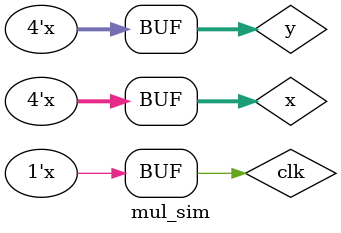
<source format=v>
`timescale 1ns / 1ps
module mul_sim;
reg clk;
reg [3:0] x;
reg [3:0] y;
wire [7:0] result;
mul u1(clk,x,y,result);
initial begin
    clk = 0;
    x = 4;
    y = 8;
end
always #1 begin clk =~ clk; end
always #14 begin x = x + 1; y = y + 2; end
endmodule

</source>
